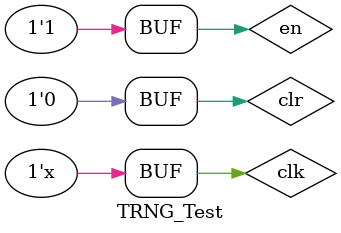
<source format=v>
`timescale 1ns / 1ps

module TRNG_Test;

	// Inputs
	reg en;
	reg clk;
	reg clr;

	// Outputs
	wire rand_num;

	// Instantiate the Unit Under Test (UUT)
	TRNG_Module uut (
		.en(en), 
		.clk(clk), 
		.clr(clr), 
		.rand_num(rand_num)
	);

		initial begin
		// Initialize Inputs
		clk = 0;
		clr = 1;
		en = 0;

		
		// Wait 100 ns for global reset to finish
		#5 en=1;
		   clr=0;
        
		end
	
		always 
		#10 clk = ~clk;
      
endmodule


</source>
